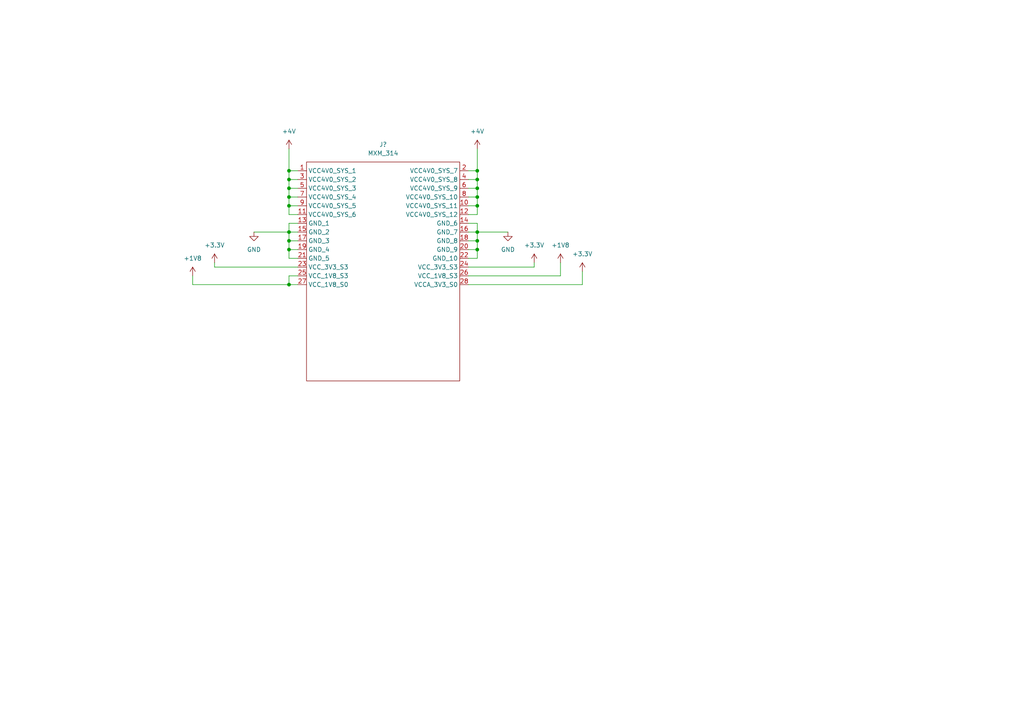
<source format=kicad_sch>
(kicad_sch (version 20211123) (generator eeschema)
  (paper "A4")
  (lib_symbols
    (symbol "power:+1V8" (power) (pin_names (offset 0))
      (property "Value" "+1V8" (at 0 3.556 0))
      (symbol "+1V8_0_1"
        (polyline (pts (xy -0.762 1.27) (xy 0 2.54)))
        (polyline (pts (xy 0 0) (xy 0 2.54)))
        (polyline (pts (xy 0 2.54) (xy 0.762 1.27)))
      )
      (symbol "+1V8_1_1"
        (pin power_in line (at 0 0 90) (length 0) hide (name "+1V8") (number "1"))
      )
    )
    (symbol "power:+3.3V" (power) (pin_names (offset 0))
      (property "Value" "+3.3V" (at 0 3.556 0))
      (symbol "+3.3V_0_1"
        (polyline (pts (xy -0.762 1.27) (xy 0 2.54)))
        (polyline (pts (xy 0 0) (xy 0 2.54)))
        (polyline (pts (xy 0 2.54) (xy 0.762 1.27)))
      )
      (symbol "+3.3V_1_1"
        (pin power_in line (at 0 0 90) (length 0) hide (name "+3.3V") (number "1"))
      )
    )
    (symbol "power:+4V" (power) (pin_names (offset 0))
      (property "Value" "+4V" (at 0 3.556 0))
      (symbol "+4V_0_1"
        (polyline (pts (xy -0.762 1.27) (xy 0 2.54)))
        (polyline (pts (xy 0 0) (xy 0 2.54)))
        (polyline (pts (xy 0 2.54) (xy 0.762 1.27)))
      )
      (symbol "+4V_1_1"
        (pin power_in line (at 0 0 90) (length 0) hide (name "+4V") (number "1"))
      )
    )
    (symbol "power:GND" (power) (pin_names (offset 0))
      (property "Value" "GND" (at 0 -3.81 0))
      (symbol "GND_0_1"
        (polyline (pts (xy 0 0) (xy 0 -1.27) (xy 1.27 -1.27) (xy 0 -2.54) (xy -1.27 -1.27) (xy 0 -1.27)))
      )
      (symbol "GND_1_1"
        (pin power_in line (at 0 0 270) (length 0) hide (name "GND") (number "1"))
      )
    )
    (symbol "rk-carrier:MXM_314"
      (property "Reference" "J" (at 12.7 8.89 0))
      (property "Value" "MXM_314" (at 12.7 8.89 0))
      (symbol "MXM_314_0_1"
        (rectangle (start -20.32 3.81) (end 24.13 -59.69))
      )
      (symbol "MXM_314_1_1"
        (pin power_in line (at -22.86 1.27 0) (length 2.54) (name "VCC4V0_SYS_1") (number "1"))
        (pin power_in line (at 26.67 -8.89 180) (length 2.54) (name "VCC4V0_SYS_11") (number "10"))
        (pin power_in line (at -22.86 -11.43 0) (length 2.54) (name "VCC4V0_SYS_6") (number "11"))
        (pin power_in line (at 26.67 -11.43 180) (length 2.54) (name "VCC4V0_SYS_12") (number "12"))
        (pin power_in line (at -22.86 -13.97 0) (length 2.54) (name "GND_1") (number "13"))
        (pin power_in line (at 26.67 -13.97 180) (length 2.54) (name "GND_6") (number "14"))
        (pin power_in line (at -22.86 -16.51 0) (length 2.54) (name "GND_2") (number "15"))
        (pin power_in line (at 26.67 -16.51 180) (length 2.54) (name "GND_7") (number "16"))
        (pin power_in line (at -22.86 -19.05 0) (length 2.54) (name "GND_3") (number "17"))
        (pin power_in line (at 26.67 -19.05 180) (length 2.54) (name "GND_8") (number "18"))
        (pin power_in line (at -22.86 -21.59 0) (length 2.54) (name "GND_4") (number "19"))
        (pin power_in line (at 26.67 1.27 180) (length 2.54) (name "VCC4V0_SYS_7") (number "2"))
        (pin power_in line (at 26.67 -21.59 180) (length 2.54) (name "GND_9") (number "20"))
        (pin power_in line (at -22.86 -24.13 0) (length 2.54) (name "GND_5") (number "21"))
        (pin power_in line (at 26.67 -24.13 180) (length 2.54) (name "GND_10") (number "22"))
        (pin power_in line (at -22.86 -26.67 0) (length 2.54) (name "VCC_3V3_S3") (number "23"))
        (pin power_in line (at 26.67 -26.67 180) (length 2.54) (name "VCC_3V3_S3") (number "24"))
        (pin power_in line (at -22.86 -29.21 0) (length 2.54) (name "VCC_1V8_S3") (number "25"))
        (pin power_in line (at 26.67 -29.21 180) (length 2.54) (name "VCC_1V8_S3") (number "26"))
        (pin power_in line (at -22.86 -31.75 0) (length 2.54) (name "VCC_1V8_S0") (number "27"))
        (pin power_in line (at 26.67 -31.75 180) (length 2.54) (name "VCCA_3V3_S0") (number "28"))
        (pin power_in line (at -22.86 -1.27 0) (length 2.54) (name "VCC4V0_SYS_2") (number "3"))
        (pin power_in line (at 26.67 -1.27 180) (length 2.54) (name "VCC4V0_SYS_8") (number "4"))
        (pin power_in line (at -22.86 -3.81 0) (length 2.54) (name "VCC4V0_SYS_3") (number "5"))
        (pin power_in line (at 26.67 -3.81 180) (length 2.54) (name "VCC4V0_SYS_9") (number "6"))
        (pin power_in line (at -22.86 -6.35 0) (length 2.54) (name "VCC4V0_SYS_4") (number "7"))
        (pin power_in line (at 26.67 -6.35 180) (length 2.54) (name "VCC4V0_SYS_10") (number "8"))
        (pin power_in line (at -22.86 -8.89 0) (length 2.54) (name "VCC4V0_SYS_5") (number "9"))
      )
    )
  )
  (junction (at 83.82 69.85))
  (junction (at 138.43 49.53))
  (junction (at 83.82 54.61))
  (junction (at 83.82 57.15))
  (junction (at 138.43 72.39))
  (junction (at 83.82 67.31))
  (junction (at 138.43 67.31))
  (junction (at 138.43 59.69))
  (junction (at 83.82 82.55))
  (junction (at 138.43 69.85))
  (junction (at 138.43 52.07))
  (junction (at 138.43 57.15))
  (junction (at 83.82 72.39))
  (junction (at 83.82 52.07))
  (junction (at 83.82 49.53))
  (junction (at 83.82 59.69))
  (junction (at 138.43 54.61))
  (wire (pts (xy 86.36 69.85) (xy 83.82 69.85)))
  (wire (pts (xy 135.89 54.61) (xy 138.43 54.61)))
  (wire (pts (xy 135.89 57.15) (xy 138.43 57.15)))
  (wire (pts (xy 138.43 67.31) (xy 138.43 64.77)))
  (wire (pts (xy 86.36 64.77) (xy 83.82 64.77)))
  (wire (pts (xy 83.82 49.53) (xy 86.36 49.53)))
  (wire (pts (xy 86.36 80.01) (xy 83.82 80.01)))
  (wire (pts (xy 135.89 62.23) (xy 138.43 62.23)))
  (wire (pts (xy 162.56 76.2) (xy 162.56 80.01)))
  (wire (pts (xy 83.82 72.39) (xy 83.82 69.85)))
  (wire (pts (xy 135.89 82.55) (xy 168.91 82.55)))
  (wire (pts (xy 135.89 72.39) (xy 138.43 72.39)))
  (wire (pts (xy 138.43 57.15) (xy 138.43 59.69)))
  (wire (pts (xy 86.36 74.93) (xy 83.82 74.93)))
  (wire (pts (xy 83.82 57.15) (xy 83.82 59.69)))
  (wire (pts (xy 138.43 74.93) (xy 138.43 72.39)))
  (wire (pts (xy 138.43 72.39) (xy 138.43 69.85)))
  (wire (pts (xy 83.82 52.07) (xy 86.36 52.07)))
  (wire (pts (xy 138.43 52.07) (xy 138.43 54.61)))
  (wire (pts (xy 55.88 80.01) (xy 55.88 82.55)))
  (wire (pts (xy 83.82 49.53) (xy 83.82 52.07)))
  (wire (pts (xy 83.82 59.69) (xy 83.82 62.23)))
  (wire (pts (xy 83.82 67.31) (xy 83.82 64.77)))
  (wire (pts (xy 86.36 72.39) (xy 83.82 72.39)))
  (wire (pts (xy 138.43 43.18) (xy 138.43 49.53)))
  (wire (pts (xy 83.82 43.18) (xy 83.82 49.53)))
  (wire (pts (xy 83.82 59.69) (xy 86.36 59.69)))
  (wire (pts (xy 83.82 82.55) (xy 86.36 82.55)))
  (wire (pts (xy 86.36 67.31) (xy 83.82 67.31)))
  (wire (pts (xy 83.82 54.61) (xy 86.36 54.61)))
  (wire (pts (xy 135.89 52.07) (xy 138.43 52.07)))
  (wire (pts (xy 83.82 82.55) (xy 55.88 82.55)))
  (wire (pts (xy 138.43 67.31) (xy 147.32 67.31)))
  (wire (pts (xy 154.94 76.2) (xy 154.94 77.47)))
  (wire (pts (xy 86.36 62.23) (xy 83.82 62.23)))
  (wire (pts (xy 83.82 52.07) (xy 83.82 54.61)))
  (wire (pts (xy 135.89 77.47) (xy 154.94 77.47)))
  (wire (pts (xy 83.82 69.85) (xy 83.82 67.31)))
  (wire (pts (xy 138.43 69.85) (xy 138.43 67.31)))
  (wire (pts (xy 62.23 76.2) (xy 62.23 77.47)))
  (wire (pts (xy 138.43 49.53) (xy 138.43 52.07)))
  (wire (pts (xy 83.82 74.93) (xy 83.82 72.39)))
  (wire (pts (xy 83.82 54.61) (xy 83.82 57.15)))
  (wire (pts (xy 86.36 77.47) (xy 62.23 77.47)))
  (wire (pts (xy 135.89 69.85) (xy 138.43 69.85)))
  (wire (pts (xy 83.82 57.15) (xy 86.36 57.15)))
  (wire (pts (xy 138.43 54.61) (xy 138.43 57.15)))
  (wire (pts (xy 135.89 64.77) (xy 138.43 64.77)))
  (wire (pts (xy 83.82 80.01) (xy 83.82 82.55)))
  (wire (pts (xy 135.89 74.93) (xy 138.43 74.93)))
  (wire (pts (xy 135.89 49.53) (xy 138.43 49.53)))
  (wire (pts (xy 168.91 78.74) (xy 168.91 82.55)))
  (wire (pts (xy 135.89 67.31) (xy 138.43 67.31)))
  (wire (pts (xy 138.43 59.69) (xy 138.43 62.23)))
  (wire (pts (xy 73.66 67.31) (xy 83.82 67.31)))
  (wire (pts (xy 135.89 59.69) (xy 138.43 59.69)))
  (wire (pts (xy 135.89 80.01) (xy 162.56 80.01)))
  (symbol (lib_id "rk-carrier:MXM_314") (at 109.22 50.8 0) (unit 1)
    (property "Reference" "J?" (at 111.125 41.91 0))
    (property "Value" "MXM_314" (at 111.125 44.45 0))
  )
  (symbol (lib_id "power:+4V") (at 83.82 43.18 0) (unit 1)
    (property "Reference" "#PWR?" (effects hide))
    (property "Value" "+4V" (at 83.82 38.1 0))
  )
  (symbol (lib_id "power:+3.3V") (at 154.94 76.2 0) (unit 1)
    (property "Reference" "#PWR?" (effects hide))
    (property "Value" "+3.3V" (at 154.94 71.12 0))
  )
  (symbol (lib_id "power:+1V8") (at 162.56 76.2 0) (unit 1)
    (property "Reference" "#PWR?" (effects hide))
    (property "Value" "+1V8" (at 162.56 71.12 0))
  )
  (symbol (lib_id "power:GND") (at 73.66 67.31 0) (unit 1)
    (property "Reference" "#PWR?" (effects hide))
    (property "Value" "GND" (at 73.66 72.39 0))
  )
  (symbol (lib_id "power:GND") (at 147.32 67.31 0) (unit 1)
    (property "Reference" "#PWR?" (effects hide))
    (property "Value" "GND" (at 147.32 72.39 0))
  )
  (symbol (lib_id "power:+4V") (at 138.43 43.18 0) (unit 1)
    (property "Reference" "#PWR?" (effects hide))
    (property "Value" "+4V" (at 138.43 38.1 0))
  )
  (symbol (lib_id "power:+3.3V") (at 62.23 76.2 0) (unit 1)
    (property "Reference" "#PWR?" (effects hide))
    (property "Value" "+3.3V" (at 62.23 71.12 0))
  )
  (symbol (lib_id "power:+3.3V") (at 168.91 78.74 0) (unit 1)
    (property "Reference" "#PWR?" (effects hide))
    (property "Value" "+3.3V" (at 168.91 73.66 0))
  )
  (symbol (lib_id "power:+1V8") (at 55.88 80.01 0) (unit 1)
    (property "Reference" "#PWR?" (effects hide))
    (property "Value" "+1V8" (at 55.88 74.93 0))
  )
)
</source>
